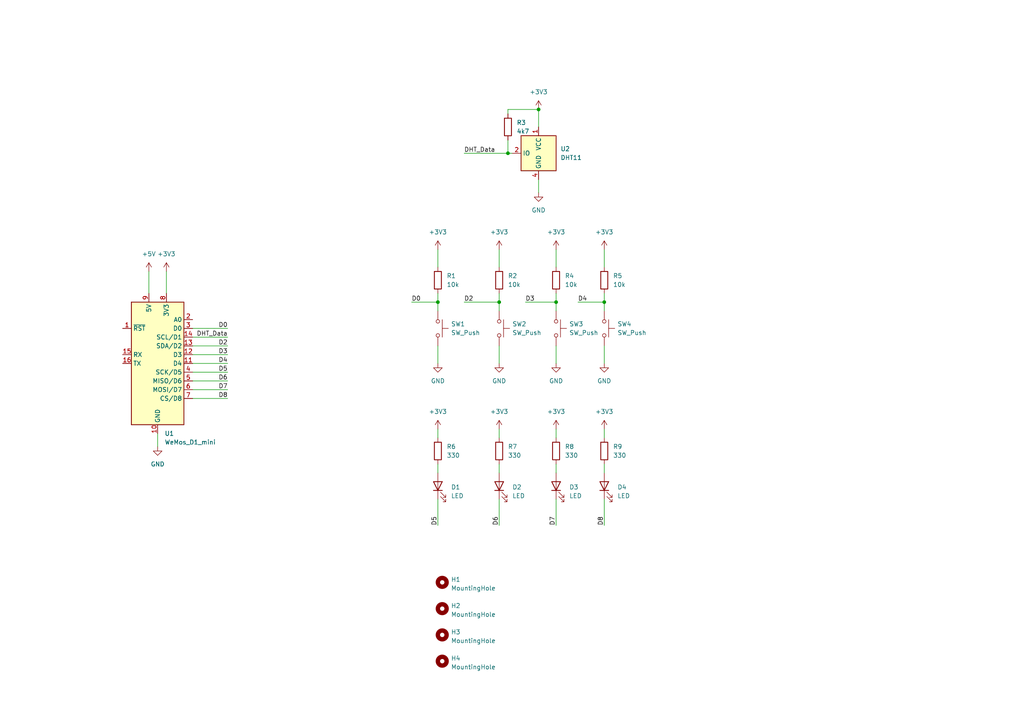
<source format=kicad_sch>
(kicad_sch (version 20211123) (generator eeschema)
  (paper "A4")
  (lib_symbols
    (symbol "Device:LED" (pin_numbers hide) (pin_names (offset 1.016) hide)
      (property "Reference" "D" (at 0 2.54 0))
      (property "Value" "LED" (at 0 -2.54 0))
      (symbol "LED_0_1"
        (polyline (pts (xy -1.27 -1.27) (xy -1.27 1.27)) (stroke (width 0.254)))
        (polyline (pts (xy -1.27 0) (xy 1.27 0)))
        (polyline (pts (xy 1.27 -1.27) (xy 1.27 1.27) (xy -1.27 0) (xy 1.27 -1.27)) (stroke (width 0.254)))
        (polyline (pts (xy -3.048 -0.762) (xy -4.572 -2.286) (xy -3.81 -2.286) (xy -4.572 -2.286) (xy -4.572 -1.524)))
        (polyline (pts (xy -1.778 -0.762) (xy -3.302 -2.286) (xy -2.54 -2.286) (xy -3.302 -2.286) (xy -3.302 -1.524)))
      )
      (symbol "LED_1_1"
        (pin passive line (at -3.81 0 0) (length 2.54) (name "K") (number "1"))
        (pin passive line (at 3.81 0 180) (length 2.54) (name "A") (number "2"))
      )
    )
    (symbol "Device:R" (pin_numbers hide) (pin_names (offset 0))
      (property "Reference" "R" (at 2.032 0 90))
      (property "Value" "R" (at 0 0 90))
      (symbol "R_0_1"
        (rectangle (start -1.016 -2.54) (end 1.016 2.54) (stroke (width 0.254)))
      )
      (symbol "R_1_1"
        (pin passive line (at 0 3.81 270) (length 1.27) (name "~") (number "1"))
        (pin passive line (at 0 -3.81 90) (length 1.27) (name "~") (number "2"))
      )
    )
    (symbol "MCU_Module:WeMos_D1_mini"
      (property "Reference" "U" (at 3.81 19.05 0))
      (property "Value" "WeMos_D1_mini" (at 1.27 -19.05 0))
      (symbol "WeMos_D1_mini_1_1"
        (rectangle (start -7.62 17.78) (end 7.62 -17.78) (stroke (width 0.254)) (fill (type background)))
        (pin input line (at -10.16 10.16 0) (length 2.54) (name "~{RST}") (number "1"))
        (pin power_in line (at 0 -20.32 90) (length 2.54) (name "GND") (number "10"))
        (pin bidirectional line (at 10.16 0 180) (length 2.54) (name "D4") (number "11"))
        (pin bidirectional line (at 10.16 2.54 180) (length 2.54) (name "D3") (number "12"))
        (pin bidirectional line (at 10.16 5.08 180) (length 2.54) (name "SDA/D2") (number "13"))
        (pin bidirectional line (at 10.16 7.62 180) (length 2.54) (name "SCL/D1") (number "14"))
        (pin input line (at -10.16 2.54 0) (length 2.54) (name "RX") (number "15"))
        (pin output line (at -10.16 0 0) (length 2.54) (name "TX") (number "16"))
        (pin input line (at 10.16 12.7 180) (length 2.54) (name "A0") (number "2"))
        (pin bidirectional line (at 10.16 10.16 180) (length 2.54) (name "D0") (number "3"))
        (pin bidirectional line (at 10.16 -2.54 180) (length 2.54) (name "SCK/D5") (number "4"))
        (pin bidirectional line (at 10.16 -5.08 180) (length 2.54) (name "MISO/D6") (number "5"))
        (pin bidirectional line (at 10.16 -7.62 180) (length 2.54) (name "MOSI/D7") (number "6"))
        (pin bidirectional line (at 10.16 -10.16 180) (length 2.54) (name "CS/D8") (number "7"))
        (pin power_out line (at 2.54 20.32 270) (length 2.54) (name "3V3") (number "8"))
        (pin power_in line (at -2.54 20.32 270) (length 2.54) (name "5V") (number "9"))
      )
    )
    (symbol "Mechanical:MountingHole" (pin_names (offset 1.016))
      (property "Reference" "H" (at 0 5.08 0))
      (property "Value" "MountingHole" (at 0 3.175 0))
      (symbol "MountingHole_0_1"
        (circle (center 0 0) (radius 1.27) (stroke (width 1.27)))
      )
    )
    (symbol "Sensor:DHT11"
      (property "Reference" "U" (at -3.81 6.35 0))
      (property "Value" "DHT11" (at 3.81 6.35 0))
      (symbol "DHT11_0_1"
        (rectangle (start -5.08 5.08) (end 5.08 -5.08) (stroke (width 0.254)) (fill (type background)))
      )
      (symbol "DHT11_1_1"
        (pin power_in line (at 0 7.62 270) (length 2.54) (name "VCC") (number "1"))
        (pin bidirectional line (at 7.62 0 180) (length 2.54) (name "IO") (number "2"))
        (pin no_connect line (at -5.08 0 0) (length 2.54) hide (name "NC") (number "3"))
        (pin power_in line (at 0 -7.62 90) (length 2.54) (name "GND") (number "4"))
      )
    )
    (symbol "Switch:SW_Push" (pin_numbers hide) (pin_names (offset 1.016) hide)
      (property "Reference" "SW" (at 1.27 2.54 0))
      (property "Value" "SW_Push" (at 0 -1.524 0))
      (symbol "SW_Push_0_1"
        (circle (center -2.032 0) (radius 0.508))
        (polyline (pts (xy 0 1.27) (xy 0 3.048)))
        (polyline (pts (xy 2.54 1.27) (xy -2.54 1.27)))
        (circle (center 2.032 0) (radius 0.508))
        (pin passive line (at -5.08 0 0) (length 2.54) (name "1") (number "1"))
        (pin passive line (at 5.08 0 180) (length 2.54) (name "2") (number "2"))
      )
    )
    (symbol "power:+3V3" (power) (pin_names (offset 0))
      (property "Value" "+3V3" (at 0 3.556 0))
      (symbol "+3V3_0_1"
        (polyline (pts (xy -0.762 1.27) (xy 0 2.54)))
        (polyline (pts (xy 0 0) (xy 0 2.54)))
        (polyline (pts (xy 0 2.54) (xy 0.762 1.27)))
      )
      (symbol "+3V3_1_1"
        (pin power_in line (at 0 0 90) (length 0) hide (name "+3V3") (number "1"))
      )
    )
    (symbol "power:+5V" (power) (pin_names (offset 0))
      (property "Value" "+5V" (at 0 3.556 0))
      (symbol "+5V_0_1"
        (polyline (pts (xy -0.762 1.27) (xy 0 2.54)))
        (polyline (pts (xy 0 0) (xy 0 2.54)))
        (polyline (pts (xy 0 2.54) (xy 0.762 1.27)))
      )
      (symbol "+5V_1_1"
        (pin power_in line (at 0 0 90) (length 0) hide (name "+5V") (number "1"))
      )
    )
    (symbol "power:GND" (power) (pin_names (offset 0))
      (property "Value" "GND" (at 0 -3.81 0))
      (symbol "GND_0_1"
        (polyline (pts (xy 0 0) (xy 0 -1.27) (xy 1.27 -1.27) (xy 0 -2.54) (xy -1.27 -1.27) (xy 0 -1.27)))
      )
      (symbol "GND_1_1"
        (pin power_in line (at 0 0 270) (length 0) hide (name "GND") (number "1"))
      )
    )
  )
  (junction (at 144.78 87.63))
  (junction (at 156.21 31.75))
  (junction (at 147.32 44.45))
  (junction (at 161.29 87.63))
  (junction (at 127 87.63))
  (junction (at 175.26 87.63))
  (wire (pts (xy 55.88 115.57) (xy 66.04 115.57)))
  (wire (pts (xy 48.26 78.74) (xy 48.26 85.09)))
  (wire (pts (xy 127 134.62) (xy 127 137.16)))
  (wire (pts (xy 144.78 100.33) (xy 144.78 105.41)))
  (wire (pts (xy 127 100.33) (xy 127 105.41)))
  (wire (pts (xy 161.29 87.63) (xy 161.29 90.17)))
  (wire (pts (xy 127 124.46) (xy 127 127)))
  (wire (pts (xy 55.88 97.79) (xy 66.04 97.79)))
  (wire (pts (xy 147.32 44.45) (xy 148.59 44.45)))
  (wire (pts (xy 156.21 31.75) (xy 147.32 31.75)))
  (wire (pts (xy 175.26 87.63) (xy 175.26 90.17)))
  (wire (pts (xy 156.21 31.75) (xy 156.21 36.83)))
  (wire (pts (xy 161.29 85.09) (xy 161.29 87.63)))
  (wire (pts (xy 147.32 31.75) (xy 147.32 33.02)))
  (wire (pts (xy 55.88 107.95) (xy 66.04 107.95)))
  (wire (pts (xy 55.88 100.33) (xy 66.04 100.33)))
  (wire (pts (xy 156.21 52.07) (xy 156.21 55.88)))
  (wire (pts (xy 161.29 124.46) (xy 161.29 127)))
  (wire (pts (xy 161.29 72.39) (xy 161.29 77.47)))
  (wire (pts (xy 175.26 144.78) (xy 175.26 152.4)))
  (wire (pts (xy 144.78 72.39) (xy 144.78 77.47)))
  (wire (pts (xy 45.72 125.73) (xy 45.72 129.54)))
  (wire (pts (xy 43.18 78.74) (xy 43.18 85.09)))
  (wire (pts (xy 175.26 72.39) (xy 175.26 77.47)))
  (wire (pts (xy 127 72.39) (xy 127 77.47)))
  (wire (pts (xy 161.29 100.33) (xy 161.29 105.41)))
  (wire (pts (xy 55.88 102.87) (xy 66.04 102.87)))
  (wire (pts (xy 147.32 40.64) (xy 147.32 44.45)))
  (wire (pts (xy 167.64 87.63) (xy 175.26 87.63)))
  (wire (pts (xy 175.26 124.46) (xy 175.26 127)))
  (wire (pts (xy 152.4 87.63) (xy 161.29 87.63)))
  (wire (pts (xy 134.62 87.63) (xy 144.78 87.63)))
  (wire (pts (xy 161.29 144.78) (xy 161.29 152.4)))
  (wire (pts (xy 127 85.09) (xy 127 87.63)))
  (wire (pts (xy 161.29 134.62) (xy 161.29 137.16)))
  (wire (pts (xy 55.88 95.25) (xy 66.04 95.25)))
  (wire (pts (xy 175.26 134.62) (xy 175.26 137.16)))
  (wire (pts (xy 175.26 100.33) (xy 175.26 105.41)))
  (wire (pts (xy 127 87.63) (xy 127 90.17)))
  (wire (pts (xy 144.78 87.63) (xy 144.78 90.17)))
  (wire (pts (xy 55.88 113.03) (xy 66.04 113.03)))
  (wire (pts (xy 144.78 144.78) (xy 144.78 152.4)))
  (wire (pts (xy 144.78 134.62) (xy 144.78 137.16)))
  (wire (pts (xy 55.88 105.41) (xy 66.04 105.41)))
  (wire (pts (xy 127 144.78) (xy 127 152.4)))
  (wire (pts (xy 134.62 44.45) (xy 147.32 44.45)))
  (wire (pts (xy 144.78 85.09) (xy 144.78 87.63)))
  (wire (pts (xy 175.26 85.09) (xy 175.26 87.63)))
  (wire (pts (xy 127 87.63) (xy 119.38 87.63)))
  (wire (pts (xy 55.88 110.49) (xy 66.04 110.49)))
  (wire (pts (xy 144.78 124.46) (xy 144.78 127)))
  (label "D3" (at 66.04 102.87 180))
  (label "D3" (at 152.4 87.63 0))
  (label "D0" (at 119.38 87.63 0))
  (label "D5" (at 66.04 107.95 180))
  (label "D6" (at 144.78 152.4 90))
  (label "D5" (at 127 152.4 90))
  (label "DHT_Data" (at 66.04 97.79 180))
  (label "D4" (at 66.04 105.41 180))
  (label "D8" (at 175.26 152.4 90))
  (label "D4" (at 167.64 87.63 0))
  (label "DHT_Data" (at 134.62 44.45 0))
  (label "D0" (at 66.04 95.25 180))
  (label "D6" (at 66.04 110.49 180))
  (label "D8" (at 66.04 115.57 180))
  (label "D7" (at 66.04 113.03 180))
  (label "D2" (at 66.04 100.33 180))
  (label "D7" (at 161.29 152.4 90))
  (label "D2" (at 134.62 87.63 0))
  (symbol (lib_id "Device:LED") (at 144.78 140.97 90) (unit 1)
    (property "Reference" "D2" (at 148.59 141.2874 90) (effects (justify right)))
    (property "Value" "LED" (at 148.59 143.8274 90) (effects (justify right)))
    (property "Footprint" "LED_SMD:LED_0603_1608Metric" (effects hide))
  )
  (symbol (lib_id "power:+5V") (at 43.18 78.74 0) (unit 1)
    (property "Reference" "#PWR01" (effects hide))
    (property "Value" "+5V" (at 43.18 73.66 0))
  )
  (symbol (lib_id "Mechanical:MountingHole") (at 128.27 184.15 0) (unit 1)
    (property "Reference" "H3" (at 130.81 183.3153 0) (effects (justify left)))
    (property "Value" "MountingHole" (at 130.81 185.8522 0) (effects (justify left)))
    (property "Footprint" "MountingHole:MountingHole_3.2mm_M3" (effects hide))
  )
  (symbol (lib_id "power:+3V3") (at 175.26 124.46 0) (unit 1)
    (property "Reference" "#PWR017" (effects hide))
    (property "Value" "+3V3" (at 175.26 119.38 0))
  )
  (symbol (lib_id "Mechanical:MountingHole") (at 128.27 176.53 0) (unit 1)
    (property "Reference" "H2" (at 130.81 175.6953 0) (effects (justify left)))
    (property "Value" "MountingHole" (at 130.81 178.2322 0) (effects (justify left)))
    (property "Footprint" "MountingHole:MountingHole_3.2mm_M3" (effects hide))
  )
  (symbol (lib_id "power:+3V3") (at 161.29 124.46 0) (unit 1)
    (property "Reference" "#PWR016" (effects hide))
    (property "Value" "+3V3" (at 161.29 119.38 0))
  )
  (symbol (lib_id "Device:R") (at 144.78 81.28 0) (unit 1)
    (property "Reference" "R2" (at 147.32 80.0099 0) (effects (justify left)))
    (property "Value" "10k" (at 147.32 82.5499 0) (effects (justify left)))
    (property "Footprint" "Resistor_SMD:R_0603_1608Metric" (effects hide))
  )
  (symbol (lib_id "power:+3V3") (at 144.78 72.39 0) (unit 1)
    (property "Reference" "#PWR06" (effects hide))
    (property "Value" "+3V3" (at 144.78 67.31 0))
  )
  (symbol (lib_id "Switch:SW_Push") (at 127 95.25 270) (unit 1)
    (property "Reference" "SW1" (at 130.81 93.9799 90) (effects (justify left)))
    (property "Value" "SW_Push" (at 130.81 96.5199 90) (effects (justify left)))
    (property "Footprint" "Library_JM:SW_Push_1P1T_NO_6x6mm_H9.5mm" (effects hide))
  )
  (symbol (lib_id "Device:R") (at 144.78 130.81 0) (unit 1)
    (property "Reference" "R7" (at 147.32 129.5399 0) (effects (justify left)))
    (property "Value" "330" (at 147.32 132.0799 0) (effects (justify left)))
    (property "Footprint" "Resistor_SMD:R_0603_1608Metric" (effects hide))
  )
  (symbol (lib_id "power:GND") (at 45.72 129.54 0) (unit 1)
    (property "Reference" "#PWR02" (effects hide))
    (property "Value" "GND" (at 45.72 134.62 0))
  )
  (symbol (lib_id "Switch:SW_Push") (at 175.26 95.25 270) (unit 1)
    (property "Reference" "SW4" (at 179.07 93.9799 90) (effects (justify left)))
    (property "Value" "SW_Push" (at 179.07 96.5199 90) (effects (justify left)))
    (property "Footprint" "Library_JM:SW_Push_1P1T_NO_6x6mm_H9.5mm" (effects hide))
  )
  (symbol (lib_id "Device:R") (at 127 81.28 0) (unit 1)
    (property "Reference" "R1" (at 129.54 80.0099 0) (effects (justify left)))
    (property "Value" "10k" (at 129.54 82.5499 0) (effects (justify left)))
    (property "Footprint" "Resistor_SMD:R_0603_1608Metric" (effects hide))
  )
  (symbol (lib_id "Device:R") (at 161.29 130.81 0) (unit 1)
    (property "Reference" "R8" (at 163.83 129.5399 0) (effects (justify left)))
    (property "Value" "330" (at 163.83 132.0799 0) (effects (justify left)))
    (property "Footprint" "Resistor_SMD:R_0603_1608Metric" (effects hide))
  )
  (symbol (lib_id "Mechanical:MountingHole") (at 128.27 191.77 0) (unit 1)
    (property "Reference" "H4" (at 130.81 190.9353 0) (effects (justify left)))
    (property "Value" "MountingHole" (at 130.81 193.4722 0) (effects (justify left)))
    (property "Footprint" "MountingHole:MountingHole_3.2mm_M3" (effects hide))
  )
  (symbol (lib_id "Device:LED") (at 175.26 140.97 90) (unit 1)
    (property "Reference" "D4" (at 179.07 141.2874 90) (effects (justify right)))
    (property "Value" "LED" (at 179.07 143.8274 90) (effects (justify right)))
    (property "Footprint" "LED_SMD:LED_0603_1608Metric" (effects hide))
  )
  (symbol (lib_id "power:+3V3") (at 48.26 78.74 0) (unit 1)
    (property "Reference" "#PWR03" (effects hide))
    (property "Value" "+3V3" (at 48.26 73.66 0))
  )
  (symbol (lib_id "power:+3V3") (at 156.21 31.75 0) (unit 1)
    (property "Reference" "#PWR08" (effects hide))
    (property "Value" "+3V3" (at 156.21 26.67 0))
  )
  (symbol (lib_id "Device:R") (at 147.32 36.83 0) (unit 1)
    (property "Reference" "R3" (at 149.86 35.5599 0) (effects (justify left)))
    (property "Value" "4k7" (at 149.86 38.0999 0) (effects (justify left)))
    (property "Footprint" "Resistor_SMD:R_0603_1608Metric" (effects hide))
  )
  (symbol (lib_id "power:+3V3") (at 161.29 72.39 0) (unit 1)
    (property "Reference" "#PWR010" (effects hide))
    (property "Value" "+3V3" (at 161.29 67.31 0))
  )
  (symbol (lib_id "Mechanical:MountingHole") (at 128.27 168.91 0) (unit 1)
    (property "Reference" "H1" (at 130.81 168.0753 0) (effects (justify left)))
    (property "Value" "MountingHole" (at 130.81 170.6122 0) (effects (justify left)))
    (property "Footprint" "MountingHole:MountingHole_3.2mm_M3" (effects hide))
  )
  (symbol (lib_id "power:GND") (at 144.78 105.41 0) (unit 1)
    (property "Reference" "#PWR07" (effects hide))
    (property "Value" "GND" (at 144.78 110.49 0))
  )
  (symbol (lib_id "Device:R") (at 175.26 81.28 0) (unit 1)
    (property "Reference" "R5" (at 177.8 80.0099 0) (effects (justify left)))
    (property "Value" "10k" (at 177.8 82.5499 0) (effects (justify left)))
    (property "Footprint" "Resistor_SMD:R_0603_1608Metric" (effects hide))
  )
  (symbol (lib_id "Sensor:DHT11") (at 156.21 44.45 0) (mirror y) (unit 1)
    (property "Reference" "U2" (at 162.56 43.1799 0) (effects (justify right)))
    (property "Value" "DHT11" (at 162.56 45.7199 0) (effects (justify right)))
    (property "Footprint" "Sensor:Aosong_DHT11_5.5x12.0_P2.54mm" (effects hide))
    (property "Datasheet" "http://akizukidenshi.com/download/ds/aosong/DHT11.pdf" (effects hide))
  )
  (symbol (lib_id "Device:LED") (at 127 140.97 90) (unit 1)
    (property "Reference" "D1" (at 130.81 141.2874 90) (effects (justify right)))
    (property "Value" "LED" (at 130.81 143.8274 90) (effects (justify right)))
    (property "Footprint" "LED_SMD:LED_0603_1608Metric" (effects hide))
  )
  (symbol (lib_id "power:+3V3") (at 127 124.46 0) (unit 1)
    (property "Reference" "#PWR014" (effects hide))
    (property "Value" "+3V3" (at 127 119.38 0))
  )
  (symbol (lib_id "power:GND") (at 127 105.41 0) (unit 1)
    (property "Reference" "#PWR05" (effects hide))
    (property "Value" "GND" (at 127 110.49 0))
  )
  (symbol (lib_id "power:+3V3") (at 127 72.39 0) (unit 1)
    (property "Reference" "#PWR04" (effects hide))
    (property "Value" "+3V3" (at 127 67.31 0))
  )
  (symbol (lib_id "power:+3V3") (at 144.78 124.46 0) (unit 1)
    (property "Reference" "#PWR015" (effects hide))
    (property "Value" "+3V3" (at 144.78 119.38 0))
  )
  (symbol (lib_id "Device:R") (at 161.29 81.28 0) (unit 1)
    (property "Reference" "R4" (at 163.83 80.0099 0) (effects (justify left)))
    (property "Value" "10k" (at 163.83 82.5499 0) (effects (justify left)))
    (property "Footprint" "Resistor_SMD:R_0603_1608Metric" (effects hide))
  )
  (symbol (lib_id "Device:R") (at 175.26 130.81 0) (unit 1)
    (property "Reference" "R9" (at 177.8 129.5399 0) (effects (justify left)))
    (property "Value" "330" (at 177.8 132.0799 0) (effects (justify left)))
    (property "Footprint" "Resistor_SMD:R_0603_1608Metric" (effects hide))
  )
  (symbol (lib_id "Device:LED") (at 161.29 140.97 90) (unit 1)
    (property "Reference" "D3" (at 165.1 141.2874 90) (effects (justify right)))
    (property "Value" "LED" (at 165.1 143.8274 90) (effects (justify right)))
    (property "Footprint" "LED_SMD:LED_0603_1608Metric" (effects hide))
  )
  (symbol (lib_id "MCU_Module:WeMos_D1_mini") (at 45.72 105.41 0) (unit 1)
    (property "Reference" "U1" (at 47.7394 125.73 0) (effects (justify left)))
    (property "Value" "WeMos_D1_mini" (at 47.7394 128.27 0) (effects (justify left)))
    (property "Footprint" "Module:WEMOS_D1_mini_light" (effects hide))
    (property "Datasheet" "https://wiki.wemos.cc/products:d1:d1_mini#documentation" (effects hide))
  )
  (symbol (lib_id "Switch:SW_Push") (at 161.29 95.25 270) (unit 1)
    (property "Reference" "SW3" (at 165.1 93.9799 90) (effects (justify left)))
    (property "Value" "SW_Push" (at 165.1 96.5199 90) (effects (justify left)))
    (property "Footprint" "Library_JM:SW_Push_1P1T_NO_6x6mm_H9.5mm" (effects hide))
  )
  (symbol (lib_id "power:GND") (at 175.26 105.41 0) (unit 1)
    (property "Reference" "#PWR013" (effects hide))
    (property "Value" "GND" (at 175.26 110.49 0))
  )
  (symbol (lib_id "power:GND") (at 156.21 55.88 0) (unit 1)
    (property "Reference" "#PWR09" (effects hide))
    (property "Value" "GND" (at 156.21 60.96 0))
  )
  (symbol (lib_id "power:GND") (at 161.29 105.41 0) (unit 1)
    (property "Reference" "#PWR011" (effects hide))
    (property "Value" "GND" (at 161.29 110.49 0))
  )
  (symbol (lib_id "Switch:SW_Push") (at 144.78 95.25 270) (unit 1)
    (property "Reference" "SW2" (at 148.59 93.9799 90) (effects (justify left)))
    (property "Value" "SW_Push" (at 148.59 96.5199 90) (effects (justify left)))
    (property "Footprint" "Library_JM:SW_Push_1P1T_NO_6x6mm_H9.5mm" (effects hide))
  )
  (symbol (lib_id "power:+3V3") (at 175.26 72.39 0) (unit 1)
    (property "Reference" "#PWR012" (effects hide))
    (property "Value" "+3V3" (at 175.26 67.31 0))
  )
  (symbol (lib_id "Device:R") (at 127 130.81 0) (unit 1)
    (property "Reference" "R6" (at 129.54 129.5399 0) (effects (justify left)))
    (property "Value" "330" (at 129.54 132.0799 0) (effects (justify left)))
    (property "Footprint" "Resistor_SMD:R_0603_1608Metric" (effects hide))
  )
)
</source>
